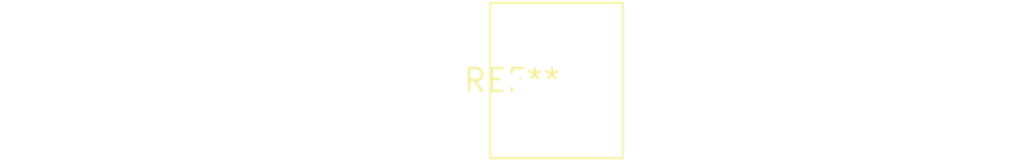
<source format=kicad_pcb>
(kicad_pcb (version 20240108) (generator pcbnew)
  (layers (0 "F.Cu" signal) (31 "B.Cu" signal) (34 "B.Paste" user) (35 "F.Paste" user) (36 "B.SilkS" user "B.Silkscreen") (37 "F.SilkS" user "F.Silkscreen") (38 "B.Mask" user) (39 "F.Mask" user) (44 "Edge.Cuts" user))
  (net 0 "")
  (footprint "C_Rect_L7.2mm_W8.5mm_P5.00mm_FKP2_FKP2_MKS2_MKP2" (layer "F.Cu") (at 0 0)
    (property "Reference" "REF**")
    (property "Value" "C_Rect_L7.2mm_W8.5mm_P5.00mm_FKP2_FKP2_MKS2_MKP2")
    (fp_line (start -1.22 -4.37) (end -1.22 4.37) (layer "F.SilkS") (stroke (width 0.12)))
    (fp_line (start -1.22 -4.37) (end 6.22 -4.37) (layer "F.SilkS") (stroke (width 0.12)))
    (fp_line (start -1.22 4.37) (end 6.22 4.37) (layer "F.SilkS") (stroke (width 0.12)))
    (fp_line (start 6.22 -4.37) (end 6.22 4.37) (layer "F.SilkS") (stroke (width 0.12)))
    (pad "1" thru_hole circle (at 0 0) (size 1.6 1.6) (drill 0.8) (layers *.Cu *.Mask) (remove_unused_layers))
    (pad "2" thru_hole circle (at 5 0) (size 1.6 1.6) (drill 0.8) (layers *.Cu *.Mask) (remove_unused_layers))
  )
)
</source>
